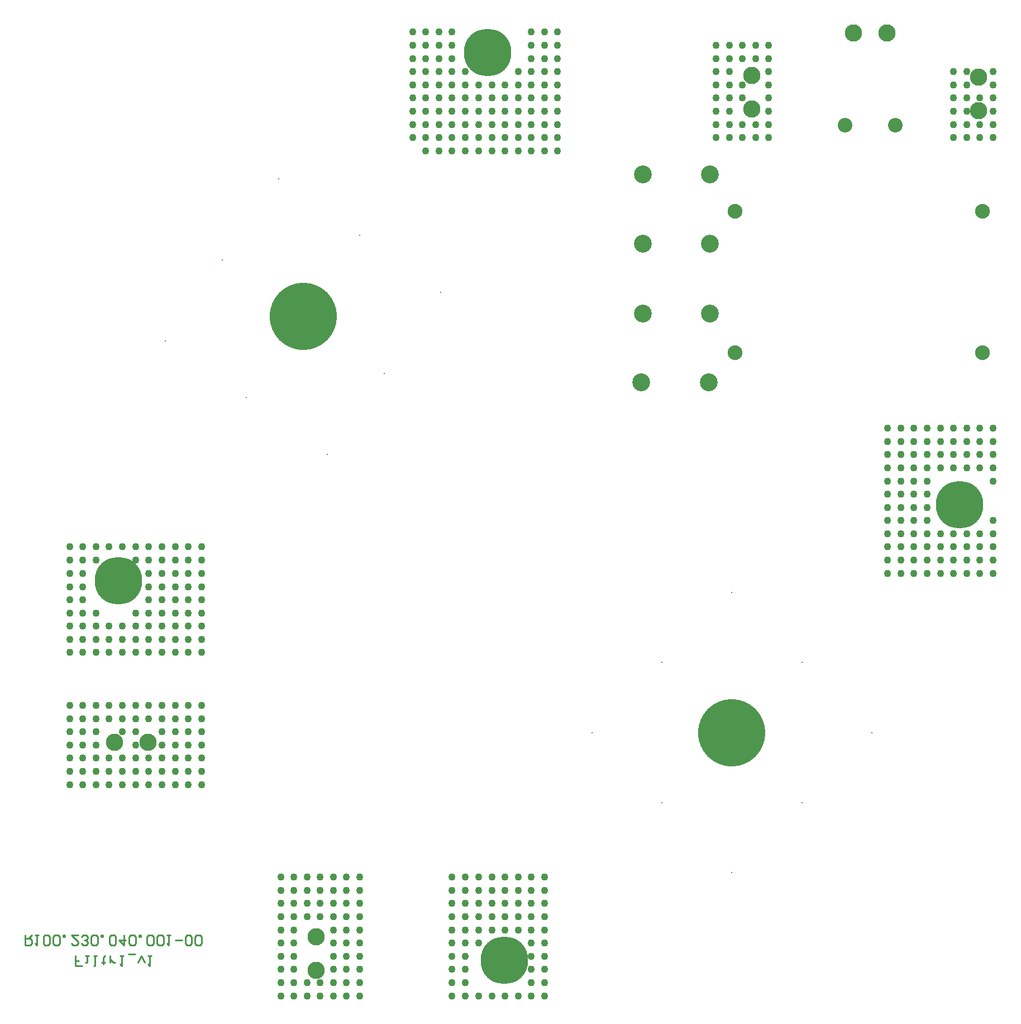
<source format=gbs>
%FSTAX23Y23*%
%MOIN*%
%SFA1B1*%

%IPPOS*%
%ADD24C,0.009800*%
%ADD28C,0.086700*%
%ADD29C,0.106400*%
%ADD30C,0.088000*%
%ADD31C,0.103000*%
%ADD32C,0.283600*%
%ADD33C,0.401700*%
%ADD34C,0.008000*%
%ADD35C,0.043400*%
%LNr100.230.040.001-00_filtr1-1*%
%LPD*%
G54D24*
X00152Y00622D02*
Y00563D01*
X00182*
X00192Y00572*
Y00592*
X00182Y00602*
X00152*
X00172D02*
X00192Y00622D01*
X00211D02*
X00231D01*
X00221*
Y00563*
X00211Y00572*
X00261D02*
X0027Y00563D01*
X0029*
X003Y00572*
Y00612*
X0029Y00622*
X0027*
X00261Y00612*
Y00572*
X0032D02*
X00329Y00563D01*
X00349*
X00359Y00572*
Y00612*
X00349Y00622*
X00329*
X0032Y00612*
Y00572*
X00379Y00622D02*
Y00612D01*
X00388*
Y00622*
X00379*
X00467D02*
X00428D01*
X00467Y00582*
Y00572*
X00457Y00563*
X00438*
X00428Y00572*
X00487D02*
X00497Y00563D01*
X00516*
X00526Y00572*
Y00582*
X00516Y00592*
X00506*
X00516*
X00526Y00602*
Y00612*
X00516Y00622*
X00497*
X00487Y00612*
X00546Y00572D02*
X00556Y00563D01*
X00575*
X00585Y00572*
Y00612*
X00575Y00622*
X00556*
X00546Y00612*
Y00572*
X00605Y00622D02*
Y00612D01*
X00615*
Y00622*
X00605*
X00654Y00572D02*
X00664Y00563D01*
X00684*
X00693Y00572*
Y00612*
X00684Y00622*
X00664*
X00654Y00612*
Y00572*
X00743Y00622D02*
Y00563D01*
X00713Y00592*
X00752*
X00772Y00572D02*
X00782Y00563D01*
X00802*
X00812Y00572*
Y00612*
X00802Y00622*
X00782*
X00772Y00612*
Y00572*
X00831Y00622D02*
Y00612D01*
X00841*
Y00622*
X00831*
X0088Y00572D02*
X0089Y00563D01*
X0091*
X0092Y00572*
Y00612*
X0091Y00622*
X0089*
X0088Y00612*
Y00572*
X00939D02*
X00949Y00563D01*
X00969*
X00979Y00572*
Y00612*
X00969Y00622*
X00949*
X00939Y00612*
Y00572*
X00998Y00622D02*
X01018D01*
X01008*
Y00563*
X00998Y00572*
X01048Y00592D02*
X01087D01*
X01107Y00572D02*
X01117Y00563D01*
X01136*
X01146Y00572*
Y00612*
X01136Y00622*
X01117*
X01107Y00612*
Y00572*
X01166D02*
X01176Y00563D01*
X01195*
X01205Y00572*
Y00612*
X01195Y00622*
X01176*
X01166Y00612*
Y00572*
X00492Y00438D02*
X00452D01*
Y00467*
X00472*
X00452*
Y00497*
X00511D02*
X00531D01*
X00521*
Y00458*
X00511*
X00561Y00497D02*
X0058D01*
X0057*
Y00438*
X00561*
X0062Y00448D02*
Y00458D01*
X0061*
X00629*
X0062*
Y00487*
X00629Y00497*
X00659Y00458D02*
Y00497D01*
Y00477*
X00669Y00467*
X00679Y00458*
X00689*
X00718Y00497D02*
X00738D01*
X00728*
Y00438*
X00718Y00448*
X00767Y00507D02*
X00807D01*
X00826Y00458D02*
X00846Y00497D01*
X00866Y00458*
X00885Y00497D02*
X00905D01*
X00895*
Y00438*
X00885Y00448*
G54D28*
X05046Y05452D03*
X05346D03*
G54D29*
X04232Y03917D03*
X0383D03*
X0424Y0433D03*
X03838D03*
X0424Y04744D03*
X03838D03*
X0424Y05157D03*
X03838D03*
G54D30*
X04389Y0494D03*
X05866D03*
Y04094D03*
X04389D03*
G54D31*
X00685Y01771D03*
X00885D03*
X04488Y05548D03*
Y05748D03*
X01889Y00613D03*
Y00413D03*
X05843Y0574D03*
Y0554D03*
X05095Y06003D03*
X05295D03*
G54D32*
X05728Y03189D03*
X03012Y00471D03*
X00709Y02736D03*
X02913Y05884D03*
G54D33*
X0437Y0183D03*
X01811Y04311D03*
G54D34*
X04787Y01413D03*
X03952D03*
Y02248D03*
X04787D03*
X0437Y02665D03*
Y00995D03*
X03534Y0183D03*
X05205D03*
X02633Y04456D03*
X00988Y04166D03*
X01956Y03488D03*
X01666Y05133D03*
X02149Y04794D03*
X01327Y04649D03*
X01472Y03827D03*
X02294Y03972D03*
G54D35*
X01677Y00259D03*
Y00338D03*
Y00417D03*
Y00496D03*
Y00574D03*
Y00653D03*
Y00732D03*
Y00811D03*
Y00889D03*
Y00968D03*
X01755Y00259D03*
Y00338D03*
Y00417D03*
Y00496D03*
Y00574D03*
Y00653D03*
Y00732D03*
Y00811D03*
Y00889D03*
Y00968D03*
X01834Y00259D03*
Y00338D03*
Y00732D03*
Y00811D03*
Y00889D03*
Y00968D03*
X01913Y00259D03*
Y00338D03*
Y00732D03*
Y00811D03*
Y00889D03*
Y00968D03*
X01992Y00259D03*
Y00338D03*
Y00417D03*
Y00496D03*
Y00574D03*
Y00653D03*
Y00732D03*
Y00811D03*
Y00889D03*
Y00968D03*
X0207Y00259D03*
Y00338D03*
Y00417D03*
Y00496D03*
Y00574D03*
Y00653D03*
Y00732D03*
Y00811D03*
Y00889D03*
Y00968D03*
X02149Y00259D03*
Y00338D03*
Y00417D03*
Y00496D03*
Y00574D03*
Y00653D03*
Y00732D03*
Y00811D03*
Y00889D03*
Y00968D03*
X027Y00259D03*
Y00338D03*
Y00417D03*
Y00496D03*
Y00574D03*
Y00653D03*
Y00732D03*
Y00811D03*
Y00889D03*
Y00968D03*
X02779Y00259D03*
Y00338D03*
Y00417D03*
Y00496D03*
Y00574D03*
Y00653D03*
Y00732D03*
Y00811D03*
Y00889D03*
Y00968D03*
X02858Y00259D03*
Y00574D03*
Y00653D03*
Y00732D03*
Y00811D03*
Y00889D03*
Y00968D03*
X02937Y00259D03*
Y00653D03*
Y00732D03*
Y00811D03*
Y00889D03*
Y00968D03*
X03015Y00259D03*
Y00653D03*
Y00732D03*
Y00811D03*
Y00889D03*
Y00968D03*
X03094Y00259D03*
Y00653D03*
Y00732D03*
Y00811D03*
Y00889D03*
Y00968D03*
X03173Y00259D03*
Y00338D03*
Y00417D03*
Y00496D03*
Y00574D03*
Y00653D03*
Y00732D03*
Y00811D03*
Y00889D03*
Y00968D03*
X03252Y00259D03*
Y00338D03*
Y00417D03*
Y00496D03*
Y00574D03*
Y00653D03*
Y00732D03*
Y00811D03*
Y00889D03*
Y00968D03*
X00417Y01519D03*
Y01598D03*
Y01677D03*
Y01755D03*
Y01834D03*
Y01913D03*
Y01992D03*
X00496Y01519D03*
Y01598D03*
Y01677D03*
Y01755D03*
Y01834D03*
Y01913D03*
Y01992D03*
X00574Y01519D03*
Y01598D03*
Y01677D03*
Y01755D03*
Y01834D03*
Y01913D03*
Y01992D03*
X00653Y01519D03*
Y01598D03*
Y01677D03*
Y01913D03*
Y01992D03*
X00732Y01519D03*
Y01598D03*
Y01677D03*
Y01834D03*
Y01913D03*
Y01992D03*
X00811Y01519D03*
Y01598D03*
Y01677D03*
Y01755D03*
Y01834D03*
Y01913D03*
Y01992D03*
X00889Y01519D03*
Y01598D03*
Y01677D03*
Y01913D03*
Y01992D03*
X00968Y01519D03*
Y01598D03*
Y01677D03*
Y01755D03*
Y01834D03*
Y01913D03*
Y01992D03*
X01047Y01519D03*
Y01598D03*
Y01677D03*
Y01755D03*
Y01834D03*
Y01913D03*
Y01992D03*
X01126Y01519D03*
Y01598D03*
Y01677D03*
Y01755D03*
Y01834D03*
Y01913D03*
Y01992D03*
X01204Y01519D03*
Y01598D03*
Y01677D03*
Y01755D03*
Y01834D03*
Y01913D03*
Y01992D03*
X00417Y02307D03*
Y02385D03*
Y02464D03*
Y02543D03*
Y02622D03*
Y027D03*
Y02779D03*
Y02858D03*
Y02937D03*
X00496Y02307D03*
Y02385D03*
Y02464D03*
Y02543D03*
Y02622D03*
Y027D03*
Y02779D03*
Y02858D03*
Y02937D03*
X00574Y02307D03*
Y02385D03*
Y02464D03*
Y02543D03*
Y02858D03*
Y02937D03*
X00653Y02307D03*
Y02385D03*
Y02464D03*
Y02937D03*
X00732Y02307D03*
Y02385D03*
Y02464D03*
Y02937D03*
X00811Y02307D03*
Y02385D03*
Y02464D03*
Y02543D03*
Y02858D03*
Y02937D03*
X00889Y02307D03*
Y02385D03*
Y02464D03*
Y02543D03*
Y02622D03*
Y027D03*
Y02779D03*
Y02858D03*
Y02937D03*
X00968Y02307D03*
Y02385D03*
Y02464D03*
Y02543D03*
Y02622D03*
Y027D03*
Y02779D03*
Y02858D03*
Y02937D03*
X01047Y02307D03*
Y02385D03*
Y02464D03*
Y02543D03*
Y02622D03*
Y027D03*
Y02779D03*
Y02858D03*
Y02937D03*
X01126Y02307D03*
Y02385D03*
Y02464D03*
Y02543D03*
Y02622D03*
Y027D03*
Y02779D03*
Y02858D03*
Y02937D03*
X01204Y02307D03*
Y02385D03*
Y02464D03*
Y02543D03*
Y02622D03*
Y027D03*
Y02779D03*
Y02858D03*
Y02937D03*
X05299Y02779D03*
Y02858D03*
Y02937D03*
Y03015D03*
Y03094D03*
Y03173D03*
Y03252D03*
Y0333D03*
Y03409D03*
Y03488D03*
Y03566D03*
Y03645D03*
X05378Y02779D03*
Y02858D03*
Y02937D03*
Y03015D03*
Y03094D03*
Y03173D03*
Y03252D03*
Y0333D03*
Y03409D03*
Y03488D03*
Y03566D03*
Y03645D03*
X05456Y02779D03*
Y02858D03*
Y02937D03*
Y03015D03*
Y03094D03*
Y03173D03*
Y03252D03*
Y0333D03*
Y03409D03*
Y03488D03*
Y03566D03*
Y03645D03*
X05535Y02779D03*
Y02858D03*
Y02937D03*
Y03015D03*
Y03094D03*
Y03173D03*
Y03252D03*
Y0333D03*
Y03409D03*
Y03488D03*
Y03566D03*
Y03645D03*
X05614Y02779D03*
Y02858D03*
Y02937D03*
Y03015D03*
Y03409D03*
Y03488D03*
Y03566D03*
Y03645D03*
X05692Y02779D03*
Y02858D03*
Y02937D03*
Y03015D03*
Y03409D03*
Y03488D03*
Y03566D03*
Y03645D03*
X05771Y02779D03*
Y02858D03*
Y02937D03*
Y03015D03*
Y03409D03*
Y03488D03*
Y03566D03*
Y03645D03*
X0585Y02779D03*
Y02858D03*
Y02937D03*
Y03015D03*
Y03409D03*
Y03488D03*
Y03566D03*
Y03645D03*
X05929Y02779D03*
Y02858D03*
Y02937D03*
Y03015D03*
Y03094D03*
Y0333D03*
Y03409D03*
Y03488D03*
Y03566D03*
Y03645D03*
X02464Y05378D03*
Y05456D03*
Y05535D03*
Y05614D03*
Y05692D03*
Y05771D03*
Y0585D03*
Y05929D03*
Y06007D03*
X02543Y05299D03*
Y05378D03*
Y05456D03*
Y05535D03*
Y05614D03*
Y05692D03*
Y05771D03*
Y0585D03*
Y05929D03*
Y06007D03*
X02622Y05299D03*
Y05378D03*
Y05456D03*
Y05535D03*
Y05614D03*
Y05692D03*
Y05771D03*
Y0585D03*
Y05929D03*
Y06007D03*
X027Y05299D03*
Y05378D03*
Y05456D03*
Y05535D03*
Y05614D03*
Y05692D03*
Y05771D03*
Y0585D03*
Y05929D03*
Y06007D03*
X02779Y05299D03*
Y05378D03*
Y05456D03*
Y05535D03*
Y05614D03*
Y05692D03*
Y05771D03*
X02858Y05299D03*
Y05378D03*
Y05456D03*
Y05535D03*
Y05614D03*
Y05692D03*
X02937Y05299D03*
Y05378D03*
Y05456D03*
Y05535D03*
Y05614D03*
Y05692D03*
X03015Y05299D03*
Y05378D03*
Y05456D03*
Y05535D03*
Y05614D03*
Y05692D03*
X03094Y05299D03*
Y05378D03*
Y05456D03*
Y05535D03*
Y05614D03*
Y05692D03*
Y05771D03*
X03173Y05299D03*
Y05378D03*
Y05456D03*
Y05535D03*
Y05614D03*
Y05692D03*
Y05771D03*
Y0585D03*
Y05929D03*
Y06007D03*
X03252Y05299D03*
Y05378D03*
Y05456D03*
Y05535D03*
Y05614D03*
Y05692D03*
Y05771D03*
Y0585D03*
Y05929D03*
Y06007D03*
X0333Y05299D03*
Y05378D03*
Y05456D03*
Y05535D03*
Y05614D03*
Y05692D03*
Y05771D03*
Y0585D03*
Y05929D03*
Y06007D03*
X04275Y05378D03*
Y05456D03*
Y05535D03*
Y05614D03*
Y05692D03*
Y05771D03*
Y0585D03*
Y05929D03*
X04354Y05378D03*
Y05456D03*
Y05535D03*
Y05614D03*
Y05692D03*
Y05771D03*
Y0585D03*
Y05929D03*
X04433Y05378D03*
Y05456D03*
Y05614D03*
Y05692D03*
Y0585D03*
Y05929D03*
X04511Y05378D03*
Y05456D03*
Y0585D03*
Y05929D03*
X0459Y05378D03*
Y05456D03*
Y05535D03*
Y05614D03*
Y05692D03*
Y05771D03*
Y0585D03*
Y05929D03*
X05692Y05378D03*
Y05456D03*
Y05535D03*
Y05614D03*
Y05692D03*
Y05771D03*
X05771Y05378D03*
Y05456D03*
Y05535D03*
Y05614D03*
Y05692D03*
Y05771D03*
X0585Y05378D03*
Y05456D03*
Y05614D03*
X05929Y05378D03*
Y05456D03*
Y05535D03*
Y05614D03*
Y05692D03*
Y05771D03*
M02*
</source>
